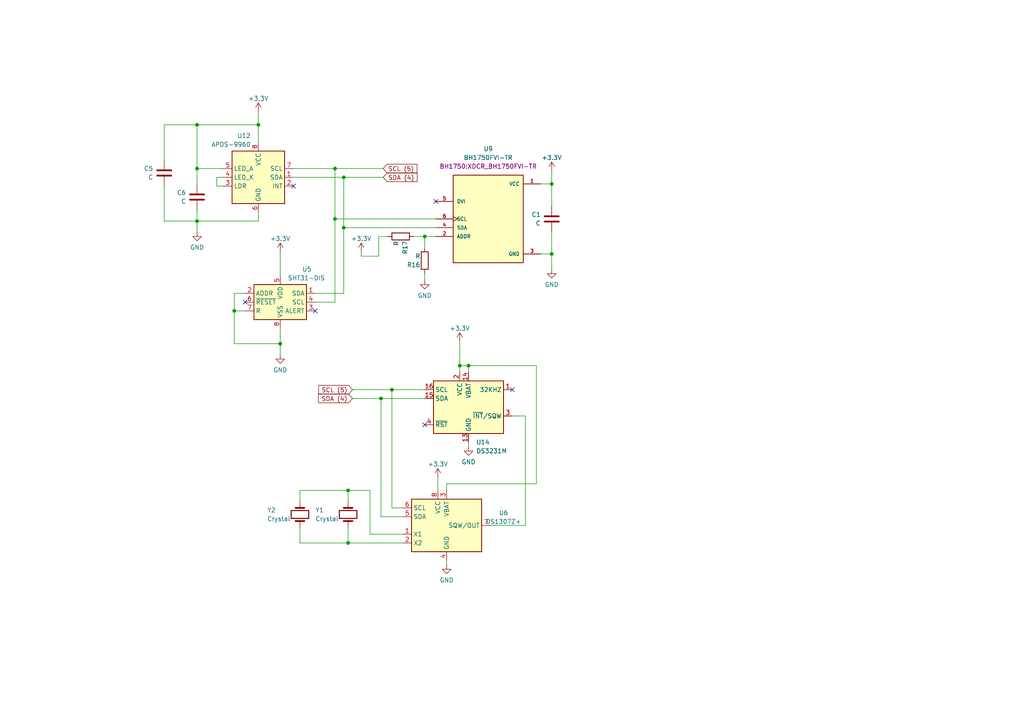
<source format=kicad_sch>
(kicad_sch (version 20230121) (generator eeschema)
  (paper "A4")
  (lib_symbols
    (symbol "BH1750FVI-TR:BH1750FVI-TR" (pin_names (offset 1.016))
      (property "Reference" "U" (at -10.1737 13.462 0))
      (property "Value" "BH1750FVI-TR" (at -9.922 -15.24 0))
      (property "Footprint" "BH1750FVI-TR:XDCR_BH1750FVI-TR" (at 0 0 0))
      (symbol "BH1750FVI-TR_0_0"
        (rectangle (start -10.16 12.7) (end 10.16 -12.7) (stroke (width 0.254)) (fill (type background)))
        (pin power_in line (at 15.24 10.16 180) (length 5.08) (name "VCC") (number "1"))
        (pin input line (at -15.24 -5.08 0) (length 5.08) (name "ADDR") (number "2"))
        (pin power_in line (at 15.24 -10.16 180) (length 5.08) (name "GND") (number "3"))
        (pin bidirectional line (at -15.24 -2.54 0) (length 5.08) (name "SDA") (number "4"))
        (pin input line (at -15.24 5.08 0) (length 5.08) (name "DVI") (number "5"))
        (pin input clock (at -15.24 0 0) (length 5.08) (name "SCL") (number "6"))
      )
    )
    (symbol "Device:C" (pin_numbers hide) (pin_names (offset 0.254))
      (property "Reference" "C" (at 0.635 2.54 0))
      (property "Value" "C" (at 0.635 -2.54 0))
      (symbol "C_0_1"
        (polyline (pts (xy -2.032 -0.762) (xy 2.032 -0.762)) (stroke (width 0.508)))
        (polyline (pts (xy -2.032 0.762) (xy 2.032 0.762)) (stroke (width 0.508)))
      )
      (symbol "C_1_1"
        (pin passive line (at 0 3.81 270) (length 2.794) (name "~") (number "1"))
        (pin passive line (at 0 -3.81 90) (length 2.794) (name "~") (number "2"))
      )
    )
    (symbol "Device:Crystal" (pin_numbers hide) (pin_names (offset 1.016) hide)
      (property "Reference" "Y" (at 0 3.81 0))
      (property "Value" "Crystal" (at 0 -3.81 0))
      (symbol "Crystal_0_1"
        (rectangle (start -1.143 2.54) (end 1.143 -2.54) (stroke (width 0.3048)))
        (polyline (pts (xy -2.54 0) (xy -1.905 0)))
        (polyline (pts (xy -1.905 -1.27) (xy -1.905 1.27)) (stroke (width 0.508)))
        (polyline (pts (xy 1.905 -1.27) (xy 1.905 1.27)) (stroke (width 0.508)))
        (polyline (pts (xy 2.54 0) (xy 1.905 0)))
      )
      (symbol "Crystal_1_1"
        (pin passive line (at -3.81 0 0) (length 1.27) (name "1") (number "1"))
        (pin passive line (at 3.81 0 180) (length 1.27) (name "2") (number "2"))
      )
    )
    (symbol "Device:R" (pin_numbers hide) (pin_names (offset 0))
      (property "Reference" "R" (at 2.032 0 90))
      (property "Value" "R" (at 0 0 90))
      (symbol "R_0_1"
        (rectangle (start -1.016 -2.54) (end 1.016 2.54) (stroke (width 0.254)))
      )
      (symbol "R_1_1"
        (pin passive line (at 0 3.81 270) (length 1.27) (name "~") (number "1"))
        (pin passive line (at 0 -3.81 90) (length 1.27) (name "~") (number "2"))
      )
    )
    (symbol "Sensor:APDS-9960"
      (property "Reference" "U" (at -5.08 8.89 0))
      (property "Value" "APDS-9960" (at 6.35 8.89 0))
      (symbol "APDS-9960_0_1"
        (rectangle (start -7.62 7.62) (end 7.62 -7.62) (stroke (width 0.254)) (fill (type background)))
      )
      (symbol "APDS-9960_1_1"
        (pin bidirectional line (at -10.16 0 0) (length 2.54) (name "SDA") (number "1"))
        (pin open_collector line (at -10.16 -2.54 0) (length 2.54) (name "INT") (number "2"))
        (pin passive line (at 10.16 -2.54 180) (length 2.54) (name "LDR") (number "3"))
        (pin passive line (at 10.16 0 180) (length 2.54) (name "LED_K") (number "4"))
        (pin passive line (at 10.16 2.54 180) (length 2.54) (name "LED_A") (number "5"))
        (pin power_in line (at 0 -10.16 90) (length 2.54) (name "GND") (number "6"))
        (pin input line (at -10.16 2.54 0) (length 2.54) (name "SCL") (number "7"))
        (pin power_in line (at 0 10.16 270) (length 2.54) (name "VCC") (number "8"))
      )
    )
    (symbol "Sensor_Humidity:SHT31-DIS"
      (property "Reference" "U" (at -6.35 6.35 0))
      (property "Value" "SHT31-DIS" (at 6.35 6.35 0))
      (symbol "SHT31-DIS_0_1"
        (rectangle (start -7.62 5.08) (end 7.62 -5.08) (stroke (width 0.254)) (fill (type background)))
      )
      (symbol "SHT31-DIS_1_1"
        (pin bidirectional line (at 10.16 2.54 180) (length 2.54) (name "SDA") (number "1"))
        (pin input line (at -10.16 2.54 0) (length 2.54) (name "ADDR") (number "2"))
        (pin output line (at 10.16 -2.54 180) (length 2.54) (name "ALERT") (number "3"))
        (pin input line (at 10.16 0 180) (length 2.54) (name "SCL") (number "4"))
        (pin power_in line (at 0 7.62 270) (length 2.54) (name "VDD") (number "5"))
        (pin input line (at -10.16 0 0) (length 2.54) (name "~{RESET}") (number "6"))
        (pin passive line (at -10.16 -2.54 0) (length 2.54) (name "R") (number "7"))
        (pin power_in line (at 0 -7.62 90) (length 2.54) (name "VSS") (number "8"))
        (pin passive line (at 0 -7.62 90) (length 2.54) hide (name "VSS") (number "9"))
      )
    )
    (symbol "Timer_RTC:DS1307Z+"
      (property "Reference" "U" (at -8.89 8.89 0))
      (property "Value" "DS1307Z+" (at 1.27 8.89 0))
      (symbol "DS1307Z+_0_1"
        (rectangle (start -10.16 7.62) (end 10.16 -7.62) (stroke (width 0.254)) (fill (type background)))
      )
      (symbol "DS1307Z+_1_1"
        (pin input line (at -12.7 -2.54 0) (length 2.54) (name "X1") (number "1"))
        (pin input line (at -12.7 -5.08 0) (length 2.54) (name "X2") (number "2"))
        (pin power_in line (at 0 10.16 270) (length 2.54) (name "VBAT") (number "3"))
        (pin power_in line (at 0 -10.16 90) (length 2.54) (name "GND") (number "4"))
        (pin bidirectional line (at -12.7 2.54 0) (length 2.54) (name "SDA") (number "5"))
        (pin input line (at -12.7 5.08 0) (length 2.54) (name "SCL") (number "6"))
        (pin open_collector line (at 12.7 0 180) (length 2.54) (name "SQW/OUT") (number "7"))
        (pin power_in line (at -2.54 10.16 270) (length 2.54) (name "VCC") (number "8"))
      )
    )
    (symbol "Timer_RTC:DS3231M"
      (property "Reference" "U" (at -7.62 8.89 0))
      (property "Value" "DS3231M" (at 10.16 8.89 0))
      (symbol "DS3231M_0_1"
        (rectangle (start -10.16 7.62) (end 10.16 -7.62) (stroke (width 0.254)) (fill (type background)))
      )
      (symbol "DS3231M_1_1"
        (pin open_collector line (at 12.7 5.08 180) (length 2.54) (name "32KHZ") (number "1"))
        (pin passive line (at 0 -10.16 90) (length 2.54) hide (name "GND") (number "10"))
        (pin passive line (at 0 -10.16 90) (length 2.54) hide (name "GND") (number "11"))
        (pin passive line (at 0 -10.16 90) (length 2.54) hide (name "GND") (number "12"))
        (pin power_in line (at 0 -10.16 90) (length 2.54) (name "GND") (number "13"))
        (pin power_in line (at 0 10.16 270) (length 2.54) (name "VBAT") (number "14"))
        (pin bidirectional line (at -12.7 2.54 0) (length 2.54) (name "SDA") (number "15"))
        (pin input line (at -12.7 5.08 0) (length 2.54) (name "SCL") (number "16"))
        (pin power_in line (at -2.54 10.16 270) (length 2.54) (name "VCC") (number "2"))
        (pin open_collector line (at 12.7 -2.54 180) (length 2.54) (name "~{INT}/SQW") (number "3"))
        (pin bidirectional line (at -12.7 -5.08 0) (length 2.54) (name "~{RST}") (number "4"))
        (pin passive line (at 0 -10.16 90) (length 2.54) hide (name "GND") (number "5"))
        (pin passive line (at 0 -10.16 90) (length 2.54) hide (name "GND") (number "6"))
        (pin passive line (at 0 -10.16 90) (length 2.54) hide (name "GND") (number "7"))
        (pin passive line (at 0 -10.16 90) (length 2.54) hide (name "GND") (number "8"))
        (pin passive line (at 0 -10.16 90) (length 2.54) hide (name "GND") (number "9"))
      )
    )
    (symbol "power:+3.3V" (power) (pin_names (offset 0))
      (property "Value" "+3.3V" (at 0 3.556 0))
      (symbol "+3.3V_0_1"
        (polyline (pts (xy -0.762 1.27) (xy 0 2.54)))
        (polyline (pts (xy 0 0) (xy 0 2.54)))
        (polyline (pts (xy 0 2.54) (xy 0.762 1.27)))
      )
      (symbol "+3.3V_1_1"
        (pin power_in line (at 0 0 90) (length 0) hide (name "+3.3V") (number "1"))
      )
    )
    (symbol "power:GND" (power) (pin_names (offset 0))
      (property "Value" "GND" (at 0 -3.81 0))
      (symbol "GND_0_1"
        (polyline (pts (xy 0 0) (xy 0 -1.27) (xy 1.27 -1.27) (xy 0 -2.54) (xy -1.27 -1.27) (xy 0 -1.27)))
      )
      (symbol "GND_1_1"
        (pin power_in line (at 0 0 270) (length 0) hide (name "GND") (number "1"))
      )
    )
  )
  (junction (at 135.89 106.045))
  (junction (at 100.965 142.24))
  (junction (at 99.695 66.04))
  (junction (at 57.15 48.895))
  (junction (at 74.93 36.195))
  (junction (at 100.965 157.48))
  (junction (at 57.15 64.135))
  (junction (at 123.19 68.58))
  (junction (at 97.155 63.5))
  (junction (at 113.665 113.03))
  (junction (at 99.695 51.435))
  (junction (at 110.49 115.57))
  (junction (at 57.15 36.195))
  (junction (at 133.35 106.045))
  (junction (at 160.02 73.66))
  (junction (at 160.02 53.34))
  (junction (at 97.155 48.895))
  (junction (at 67.945 90.17))
  (junction (at 81.28 99.695))
  (no_connect (at 126.365 58.42))
  (no_connect (at 148.59 113.03))
  (no_connect (at 91.44 90.17))
  (no_connect (at 71.12 87.63))
  (no_connect (at 123.19 123.19))
  (no_connect (at 85.09 53.975))
  (wire (pts (xy 160.02 73.66) (xy 160.02 78.105)))
  (wire (pts (xy 57.15 60.96) (xy 57.15 64.135)))
  (wire (pts (xy 100.965 153.035) (xy 100.965 157.48)))
  (wire (pts (xy 129.54 140.335) (xy 155.575 140.335)))
  (wire (pts (xy 47.625 64.135) (xy 47.625 53.975)))
  (wire (pts (xy 57.15 64.135) (xy 47.625 64.135)))
  (wire (pts (xy 116.84 147.32) (xy 113.665 147.32)))
  (wire (pts (xy 85.09 51.435) (xy 99.695 51.435)))
  (wire (pts (xy 99.695 66.04) (xy 126.365 66.04)))
  (wire (pts (xy 74.93 36.195) (xy 74.93 41.275)))
  (wire (pts (xy 67.945 90.17) (xy 67.945 99.695)))
  (wire (pts (xy 97.155 48.895) (xy 97.155 63.5)))
  (wire (pts (xy 110.49 149.86) (xy 116.84 149.86)))
  (wire (pts (xy 129.54 162.56) (xy 129.54 163.83)))
  (wire (pts (xy 57.15 36.195) (xy 47.625 36.195)))
  (wire (pts (xy 74.93 61.595) (xy 74.93 64.135)))
  (wire (pts (xy 135.89 107.95) (xy 135.89 106.045)))
  (wire (pts (xy 102.235 113.03) (xy 113.665 113.03)))
  (wire (pts (xy 57.15 48.895) (xy 57.15 53.34)))
  (wire (pts (xy 160.02 49.53) (xy 160.02 53.34)))
  (wire (pts (xy 155.575 106.045) (xy 155.575 140.335)))
  (wire (pts (xy 156.845 73.66) (xy 160.02 73.66)))
  (wire (pts (xy 86.995 153.035) (xy 86.995 157.48)))
  (wire (pts (xy 123.19 79.375) (xy 123.19 81.28)))
  (wire (pts (xy 67.945 99.695) (xy 81.28 99.695)))
  (wire (pts (xy 74.93 36.195) (xy 57.15 36.195)))
  (wire (pts (xy 107.315 154.94) (xy 107.315 142.24)))
  (wire (pts (xy 57.15 67.31) (xy 57.15 64.135)))
  (wire (pts (xy 107.315 142.24) (xy 100.965 142.24)))
  (wire (pts (xy 135.89 106.045) (xy 155.575 106.045)))
  (wire (pts (xy 152.4 152.4) (xy 142.24 152.4)))
  (wire (pts (xy 100.965 142.24) (xy 100.965 145.415)))
  (wire (pts (xy 97.155 63.5) (xy 97.155 87.63)))
  (wire (pts (xy 81.28 73.025) (xy 81.28 80.01)))
  (wire (pts (xy 91.44 87.63) (xy 97.155 87.63)))
  (wire (pts (xy 102.235 115.57) (xy 110.49 115.57)))
  (wire (pts (xy 133.35 99.06) (xy 133.35 106.045)))
  (wire (pts (xy 74.93 64.135) (xy 57.15 64.135)))
  (wire (pts (xy 47.625 36.195) (xy 47.625 46.355)))
  (wire (pts (xy 110.49 115.57) (xy 110.49 149.86)))
  (wire (pts (xy 99.695 51.435) (xy 99.695 66.04)))
  (wire (pts (xy 97.155 48.895) (xy 111.125 48.895)))
  (wire (pts (xy 57.15 36.195) (xy 57.15 48.895)))
  (wire (pts (xy 71.12 90.17) (xy 67.945 90.17)))
  (wire (pts (xy 160.02 53.34) (xy 160.02 59.69)))
  (wire (pts (xy 62.865 53.975) (xy 62.865 51.435)))
  (wire (pts (xy 135.89 106.045) (xy 133.35 106.045)))
  (wire (pts (xy 113.665 113.03) (xy 123.19 113.03)))
  (wire (pts (xy 113.665 147.32) (xy 113.665 113.03)))
  (wire (pts (xy 99.695 66.04) (xy 99.695 85.09)))
  (wire (pts (xy 135.89 128.27) (xy 135.89 129.54)))
  (wire (pts (xy 64.77 53.975) (xy 62.865 53.975)))
  (wire (pts (xy 109.855 68.58) (xy 109.855 74.295)))
  (wire (pts (xy 160.02 53.34) (xy 156.845 53.34)))
  (wire (pts (xy 109.855 74.295) (xy 104.775 74.295)))
  (wire (pts (xy 148.59 120.65) (xy 152.4 120.65)))
  (wire (pts (xy 160.02 67.31) (xy 160.02 73.66)))
  (wire (pts (xy 112.395 68.58) (xy 109.855 68.58)))
  (wire (pts (xy 81.28 95.25) (xy 81.28 99.695)))
  (wire (pts (xy 129.54 140.335) (xy 129.54 142.24)))
  (wire (pts (xy 62.865 51.435) (xy 64.77 51.435)))
  (wire (pts (xy 120.015 68.58) (xy 123.19 68.58)))
  (wire (pts (xy 86.995 145.415) (xy 86.995 142.24)))
  (wire (pts (xy 133.35 106.045) (xy 133.35 107.95)))
  (wire (pts (xy 104.775 74.295) (xy 104.775 73.025)))
  (wire (pts (xy 71.12 85.09) (xy 67.945 85.09)))
  (wire (pts (xy 85.09 48.895) (xy 97.155 48.895)))
  (wire (pts (xy 74.93 32.385) (xy 74.93 36.195)))
  (wire (pts (xy 100.965 157.48) (xy 116.84 157.48)))
  (wire (pts (xy 91.44 85.09) (xy 99.695 85.09)))
  (wire (pts (xy 64.77 48.895) (xy 57.15 48.895)))
  (wire (pts (xy 81.28 99.695) (xy 81.28 102.87)))
  (wire (pts (xy 127 138.43) (xy 127 142.24)))
  (wire (pts (xy 110.49 115.57) (xy 123.19 115.57)))
  (wire (pts (xy 97.155 63.5) (xy 126.365 63.5)))
  (wire (pts (xy 123.19 71.755) (xy 123.19 68.58)))
  (wire (pts (xy 123.19 68.58) (xy 126.365 68.58)))
  (wire (pts (xy 99.695 51.435) (xy 111.125 51.435)))
  (wire (pts (xy 116.84 154.94) (xy 107.315 154.94)))
  (wire (pts (xy 152.4 120.65) (xy 152.4 152.4)))
  (wire (pts (xy 67.945 85.09) (xy 67.945 90.17)))
  (wire (pts (xy 86.995 157.48) (xy 100.965 157.48)))
  (wire (pts (xy 86.995 142.24) (xy 100.965 142.24)))
  (global_label "SDA (4)" (shape input) (at 102.235 115.57 180) (property "Intersheetrefs" "${INTERSHEET_REFS}" (effects hide)))
  (global_label "SCL (5)" (shape input) (at 111.125 48.895 0) (property "Intersheetrefs" "${INTERSHEET_REFS}" (effects hide)))
  (global_label "SDA (4)" (shape input) (at 111.125 51.435 0) (property "Intersheetrefs" "${INTERSHEET_REFS}" (effects hide)))
  (global_label "SCL (5)" (shape input) (at 102.235 113.03 180) (property "Intersheetrefs" "${INTERSHEET_REFS}" (effects hide)))
  (symbol (lib_id "power:+3.3V") (at 104.775 73.025 0) (unit 1)
    (property "Reference" "#PWR015" (effects hide))
    (property "Value" "+3.3V" (at 104.775 69.215 0))
    (instances (project "sensor_node" (path "" (reference "#PWR015") (unit 1)) (path "" (reference "#PWR08") (unit 1))))
  )
  (symbol (lib_id "power:GND") (at 123.19 81.28 0) (mirror y) (unit 1)
    (property "Reference" "#PWR014" (effects hide))
    (property "Value" "GND" (at 123.19 85.725 0))
    (instances (project "sensor_node" (path "" (reference "#PWR014") (unit 1)) (path "" (reference "#PWR09") (unit 1))))
  )
  (symbol (lib_id "Sensor:APDS-9960") (at 74.93 51.435 0) (mirror y) (unit 1)
    (property "Reference" "U12" (at 72.7359 39.37 0) (effects (justify left)))
    (property "Value" "APDS-9960" (at 72.7359 41.91 0) (effects (justify left)))
    (property "Footprint" "Sensor:Avago_APDS-9960" (effects hide))
    (property "Datasheet" "https://docs.broadcom.com/doc/AV02-4191EN" (effects hide))
    (instances (project "sensor_node" (path "" (reference "U12") (unit 1)) (path "" (reference "U1") (unit 1))))
  )
  (symbol (lib_id "BH1750FVI-TR:BH1750FVI-TR") (at 141.605 63.5 0) (unit 1)
    (property "Reference" "U9" (at 141.605 43.18 0))
    (property "Value" "BH1750FVI-TR" (at 141.605 45.72 0))
    (property "Footprint" "BH1750:XDCR_BH1750FVI-TR" (at 141.605 48.26 0))
    (property "MF" "Rohm" (effects hide))
    (property "MAXIMUM_PACKAGE_HEIGHT" "0.75mm" (effects hide))
    (property "Package" "SMD-6 ROHM Semiconductor" (effects hide))
    (property "Price" "None" (effects hide))
    (property "Check_prices" "https://www.snapeda.com/parts/BH1750FVI-TR/Rohm/view-part/?ref=eda" (effects hide))
    (property "STANDARD" "Manufacturer recommendations" (effects hide))
    (property "PARTREV" "D" (effects hide))
    (property "SnapEDA_Link" "https://www.snapeda.com/parts/BH1750FVI-TR/Rohm/view-part/?ref=snap" (effects hide))
    (property "MP" "BH1750FVI-TR" (effects hide))
    (property "Purchase-URL" "https://www.snapeda.com/api/url_track_click_mouser/?unipart_id=106507&manufacturer=Rohm&part_name=BH1750FVI-TR&search_term=None" (effects hide))
    (property "Description" "\nOptical Sensor Ambient 560nm I²C 6-SMD, Flat Lead Exposed Pad\n" (effects hide))
    (property "Availability" "In Stock" (effects hide))
    (property "MANUFACTURER" "Rohm" (effects hide))
    (instances (project "sensor_node" (path "" (reference "U9") (unit 1)) (path "" (reference "U12") (unit 1))))
  )
  (symbol (lib_id "Sensor_Humidity:SHT31-DIS") (at 81.28 87.63 0) (unit 1)
    (property "Reference" "U5" (at 87.63 78.105 0) (effects (justify left)))
    (property "Value" "SHT31-DIS" (at 83.4741 80.645 0) (effects (justify left)))
    (property "Footprint" "Sensor_Humidity:Sensirion_DFN-8-1EP_2.5x2.5mm_P0.5mm_EP1.1x1.7mm" (effects hide))
    (property "Datasheet" "https://www.sensirion.com/fileadmin/user_upload/customers/sensirion/Dokumente/2_Humidity_Sensors/Datasheets/Sensirion_Humidity_Sensors_SHT3x_Datasheet_digital.pdf" (effects hide))
  )
  (symbol (lib_id "Device:C") (at 47.625 50.165 0) (mirror y) (unit 1)
    (property "Reference" "C5" (at 44.45 48.895 0) (effects (justify left)))
    (property "Value" "C" (at 44.45 51.435 0) (effects (justify left)))
    (property "Footprint" "Capacitor_SMD:C_1206_3216Metric" (effects hide))
    (instances (project "sensor_node" (path "" (reference "C5") (unit 1)) (path "" (reference "C1") (unit 1))))
  )
  (symbol (lib_id "Device:R") (at 123.19 75.565 180) (unit 1)
    (property "Reference" "R16" (at 121.92 76.835 0) (effects (justify left)))
    (property "Value" "R" (at 121.92 74.295 0) (effects (justify left)))
    (property "Footprint" "Resistor_SMD:R_0603_1608Metric" (effects hide))
    (instances (project "sensor_node" (path "" (reference "R16") (unit 1)) (path "" (reference "R13") (unit 1))))
  )
  (symbol (lib_id "power:GND") (at 160.02 78.105 0) (mirror y) (unit 1)
    (property "Reference" "#PWR044" (effects hide))
    (property "Value" "GND" (at 160.02 82.55 0))
    (instances (project "sensor_node" (path "" (reference "#PWR044") (unit 1)) (path "" (reference "#PWR027") (unit 1))))
  )
  (symbol (lib_id "power:+3.3V") (at 133.35 99.06 0) (unit 1)
    (property "Reference" "#PWR041" (effects hide))
    (property "Value" "+3.3V" (at 133.35 95.25 0))
    (instances (project "sensor_node" (path "" (reference "#PWR041") (unit 1)) (path "" (reference "#PWR015") (unit 1))))
  )
  (symbol (lib_id "power:GND") (at 57.15 67.31 0) (unit 1)
    (property "Reference" "#PWR022" (effects hide))
    (property "Value" "GND" (at 57.15 71.755 0))
    (instances (project "sensor_node" (path "" (reference "#PWR022") (unit 1)) (path "" (reference "#PWR02") (unit 1))))
  )
  (symbol (lib_id "Device:C") (at 57.15 57.15 0) (mirror y) (unit 1)
    (property "Reference" "C6" (at 53.975 55.88 0) (effects (justify left)))
    (property "Value" "C" (at 53.975 58.42 0) (effects (justify left)))
    (property "Footprint" "Capacitor_SMD:C_1206_3216Metric" (effects hide))
    (instances (project "sensor_node" (path "" (reference "C6") (unit 1)) (path "" (reference "C4") (unit 1))))
  )
  (symbol (lib_id "Timer_RTC:DS1307Z+") (at 129.54 152.4 0) (unit 1)
    (property "Reference" "U6" (at 146.05 148.7521 0))
    (property "Value" "DS1307Z+" (at 146.05 151.2921 0))
    (property "Footprint" "Package_SO:SOIC-8_3.9x4.9mm_P1.27mm" (effects hide))
    (property "Datasheet" "https://datasheets.maximintegrated.com/en/ds/DS1307.pdf" (effects hide))
  )
  (symbol (lib_id "Device:Crystal") (at 100.965 149.225 90) (unit 1)
    (property "Reference" "Y1" (at 91.44 147.955 90) (effects (justify right)))
    (property "Value" "Crystal" (at 91.44 150.495 90) (effects (justify right)))
    (property "Footprint" "Crystal:Crystal_SMD_3215-2Pin_3.2x1.5mm" (effects hide))
    (instances (project "sensor_node" (path "" (reference "Y1") (unit 1)) (path "" (reference "Y2") (unit 1))))
  )
  (symbol (lib_id "Timer_RTC:DS3231M") (at 135.89 118.11 0) (unit 1)
    (property "Reference" "U14" (at 138.0841 128.27 0) (effects (justify left)))
    (property "Value" "DS3231M" (at 138.0841 130.81 0) (effects (justify left)))
    (property "Footprint" "Package_SO:SOIC-16W_7.5x10.3mm_P1.27mm" (effects hide))
    (property "Datasheet" "http://datasheets.maximintegrated.com/en/ds/DS3231.pdf" (effects hide))
    (instances (project "sensor_node" (path "" (reference "U14") (unit 1)) (path "" (reference "U9") (unit 1))))
  )
  (symbol (lib_id "power:+3.3V") (at 74.93 32.385 0) (unit 1)
    (property "Reference" "#PWR09" (effects hide))
    (property "Value" "+3.3V" (at 74.93 28.575 0))
    (instances (project "sensor_node" (path "" (reference "#PWR09") (unit 1)) (path "" (reference "#PWR03") (unit 1))))
  )
  (symbol (lib_id "power:GND") (at 81.28 102.87 0) (mirror y) (unit 1)
    (property "Reference" "#PWR046" (effects hide))
    (property "Value" "GND" (at 81.28 107.315 0))
    (instances (project "sensor_node" (path "" (reference "#PWR046") (unit 1)) (path "" (reference "#PWR07") (unit 1))))
  )
  (symbol (lib_id "Device:Crystal") (at 86.995 149.225 90) (unit 1)
    (property "Reference" "Y2" (at 77.47 147.955 90) (effects (justify right)))
    (property "Value" "Crystal" (at 77.47 150.495 90) (effects (justify right)))
    (property "Footprint" "Crystal:Crystal_Round_D1.5mm_Vertical" (effects hide))
    (instances (project "sensor_node" (path "" (reference "Y2") (unit 1)) (path "" (reference "Y1") (unit 1))))
  )
  (symbol (lib_id "power:GND") (at 135.89 129.54 0) (mirror y) (unit 1)
    (property "Reference" "#PWR03" (effects hide))
    (property "Value" "GND" (at 135.89 133.985 0))
    (instances (project "sensor_node" (path "" (reference "#PWR03") (unit 1)) (path "" (reference "#PWR016") (unit 1))))
  )
  (symbol (lib_id "power:GND") (at 129.54 163.83 0) (mirror y) (unit 1)
    (property "Reference" "#PWR039" (effects hide))
    (property "Value" "GND" (at 129.54 168.275 0))
    (instances (project "sensor_node" (path "" (reference "#PWR039") (unit 1)) (path "" (reference "#PWR014") (unit 1))))
  )
  (symbol (lib_id "Device:C") (at 160.02 63.5 0) (mirror y) (unit 1)
    (property "Reference" "C1" (at 156.845 62.23 0) (effects (justify left)))
    (property "Value" "C" (at 156.845 64.77 0) (effects (justify left)))
    (property "Footprint" "Capacitor_SMD:C_1206_3216Metric" (effects hide))
    (instances (project "sensor_node" (path "" (reference "C1") (unit 1)) (path "" (reference "C5") (unit 1))))
  )
  (symbol (lib_id "power:+3.3V") (at 160.02 49.53 0) (unit 1)
    (property "Reference" "#PWR045" (effects hide))
    (property "Value" "+3.3V" (at 160.02 45.72 0))
    (instances (project "sensor_node" (path "" (reference "#PWR045") (unit 1)) (path "" (reference "#PWR022") (unit 1))))
  )
  (symbol (lib_id "power:+3.3V") (at 81.28 73.025 0) (unit 1)
    (property "Reference" "#PWR016" (effects hide))
    (property "Value" "+3.3V" (at 81.28 69.215 0))
    (instances (project "sensor_node" (path "" (reference "#PWR016") (unit 1)) (path "" (reference "#PWR06") (unit 1))))
  )
  (symbol (lib_id "Device:R") (at 116.205 68.58 270) (unit 1)
    (property "Reference" "R17" (at 117.475 69.85 0) (effects (justify left)))
    (property "Value" "R" (at 114.935 69.85 0) (effects (justify left)))
    (property "Footprint" "Resistor_SMD:R_0603_1608Metric" (effects hide))
    (instances (project "sensor_node" (path "" (reference "R17") (unit 1)) (path "" (reference "R12") (unit 1))))
  )
  (symbol (lib_id "power:+3.3V") (at 127 138.43 0) (unit 1)
    (property "Reference" "#PWR042" (effects hide))
    (property "Value" "+3.3V" (at 127 134.62 0))
    (instances (project "sensor_node" (path "" (reference "#PWR042") (unit 1)) (path "" (reference "#PWR010") (unit 1))))
  )
)
</source>
